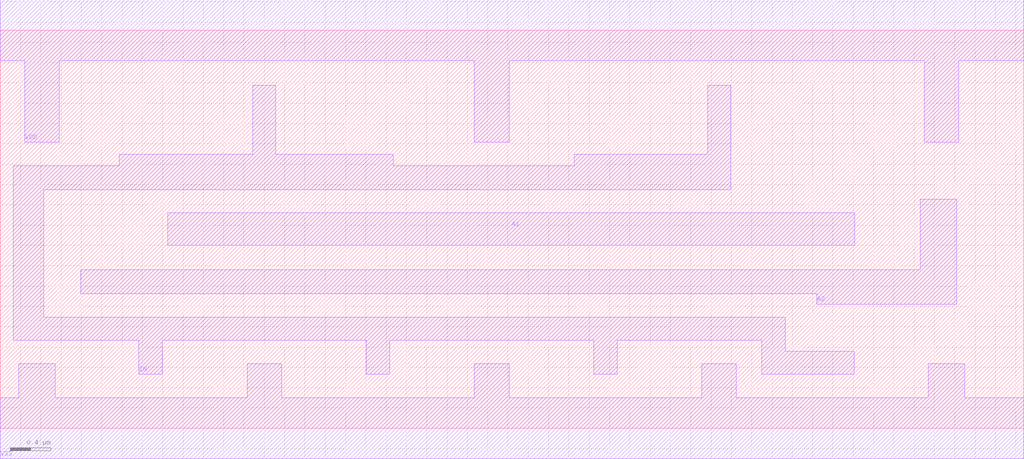
<source format=lef>
# Copyright 2022 GlobalFoundries PDK Authors
#
# Licensed under the Apache License, Version 2.0 (the "License");
# you may not use this file except in compliance with the License.
# You may obtain a copy of the License at
#
#      http://www.apache.org/licenses/LICENSE-2.0
#
# Unless required by applicable law or agreed to in writing, software
# distributed under the License is distributed on an "AS IS" BASIS,
# WITHOUT WARRANTIES OR CONDITIONS OF ANY KIND, either express or implied.
# See the License for the specific language governing permissions and
# limitations under the License.

MACRO gf180mcu_fd_sc_mcu7t5v0__nor2_4
  CLASS core ;
  FOREIGN gf180mcu_fd_sc_mcu7t5v0__nor2_4 0.0 0.0 ;
  ORIGIN 0 0 ;
  SYMMETRY X Y ;
  SITE GF018hv5v_mcu_sc7 ;
  SIZE 10.08 BY 3.92 ;
  PIN A1
    DIRECTION INPUT ;
    ANTENNAGATEAREA 3.796 ;
    PORT
      LAYER METAL1 ;
        POLYGON 1.65 1.8 8.415 1.8 8.415 2.12 1.65 2.12  ;
    END
  END A1
  PIN A2
    DIRECTION INPUT ;
    ANTENNAGATEAREA 3.796 ;
    PORT
      LAYER METAL1 ;
        POLYGON 0.795 1.325 8.04 1.325 8.04 1.22 9.42 1.22 9.42 2.255 9.06 2.255 9.06 1.56 0.795 1.56  ;
    END
  END A2
  PIN ZN
    DIRECTION OUTPUT ;
    ANTENNADIFFAREA 2.932 ;
    PORT
      LAYER METAL1 ;
        POLYGON 0.13 0.865 1.365 0.865 1.365 0.53 1.595 0.53 1.595 0.865 3.605 0.865 3.605 0.53 3.835 0.53 3.835 0.865 5.845 0.865 5.845 0.53 6.075 0.53 6.075 0.865 7.5 0.865 7.5 0.53 8.41 0.53 8.41 0.76 7.73 0.76 7.73 1.095 0.43 1.095 0.43 2.35 7.195 2.35 7.195 3.38 6.965 3.38 6.965 2.7 5.65 2.7 5.65 2.585 3.87 2.585 3.87 2.7 2.715 2.7 2.715 3.38 2.485 3.38 2.485 2.7 1.17 2.7 1.17 2.585 0.13 2.585  ;
    END
  END ZN
  PIN VDD
    DIRECTION INOUT ;
    USE power ;
    SHAPE ABUTMENT ;
    PORT
      LAYER METAL1 ;
        POLYGON 0 3.62 0.24 3.62 0.24 2.815 0.58 2.815 0.58 3.62 4.67 3.62 4.67 2.815 5.01 2.815 5.01 3.62 9.1 3.62 9.1 2.815 9.44 2.815 9.44 3.62 10.08 3.62 10.08 4.22 0 4.22  ;
    END
  END VDD
  PIN VSS
    DIRECTION INOUT ;
    USE ground ;
    SHAPE ABUTMENT ;
    PORT
      LAYER METAL1 ;
        POLYGON 0 -0.3 10.08 -0.3 10.08 0.3 9.5 0.3 9.5 0.635 9.14 0.635 9.14 0.3 7.25 0.3 7.25 0.635 6.91 0.635 6.91 0.3 5.01 0.3 5.01 0.635 4.67 0.635 4.67 0.3 2.77 0.3 2.77 0.635 2.43 0.635 2.43 0.3 0.54 0.3 0.54 0.635 0.18 0.635 0.18 0.3 0 0.3  ;
    END
  END VSS
END gf180mcu_fd_sc_mcu7t5v0__nor2_4

</source>
